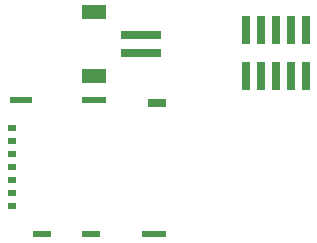
<source format=gbr>
G04 #@! TF.GenerationSoftware,KiCad,Pcbnew,(5.1.5)-3*
G04 #@! TF.CreationDate,2020-04-03T19:02:15-07:00*
G04 #@! TF.ProjectId,ShadowRunner,53686164-6f77-4527-956e-6e65722e6b69,rev?*
G04 #@! TF.SameCoordinates,Original*
G04 #@! TF.FileFunction,Paste,Bot*
G04 #@! TF.FilePolarity,Positive*
%FSLAX46Y46*%
G04 Gerber Fmt 4.6, Leading zero omitted, Abs format (unit mm)*
G04 Created by KiCad (PCBNEW (5.1.5)-3) date 2020-04-03 19:02:15*
%MOMM*%
%LPD*%
G04 APERTURE LIST*
%ADD10R,0.740000X2.400000*%
%ADD11R,0.750000X0.600000*%
%ADD12R,1.500000X0.700000*%
%ADD13R,2.000000X0.500000*%
%ADD14R,1.950000X0.500000*%
%ADD15R,1.600000X0.500000*%
%ADD16R,2.006600X1.193800*%
%ADD17R,3.505200X0.711200*%
G04 APERTURE END LIST*
D10*
X132610000Y-114225000D03*
X132610000Y-118125000D03*
X133880000Y-114225000D03*
X133880000Y-118125000D03*
X135150000Y-114225000D03*
X135150000Y-118125000D03*
X136420000Y-114225000D03*
X136420000Y-118125000D03*
X137690000Y-114225000D03*
X137690000Y-118125000D03*
D11*
X112830000Y-129100000D03*
X112830000Y-128000000D03*
X112830000Y-126900000D03*
X112830000Y-125800000D03*
X112830000Y-124700000D03*
X112830000Y-123600000D03*
X112830000Y-122500000D03*
D12*
X125107500Y-120420000D03*
D13*
X119752500Y-120092500D03*
D14*
X113632500Y-120087500D03*
D15*
X115360000Y-131490000D03*
X119560000Y-131490000D03*
D13*
X124860000Y-131490000D03*
D16*
X119772600Y-118100000D03*
X119772600Y-112700000D03*
D17*
X123772599Y-114650700D03*
X123772599Y-116149300D03*
M02*

</source>
